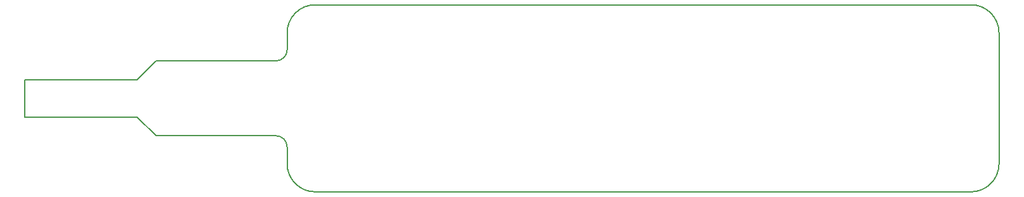
<source format=gm1>
G04 #@! TF.GenerationSoftware,KiCad,Pcbnew,5.1.8-db9833491~87~ubuntu20.04.1*
G04 #@! TF.CreationDate,2020-12-11T13:52:10-08:00*
G04 #@! TF.ProjectId,current-sense,63757272-656e-4742-9d73-656e73652e6b,rev?*
G04 #@! TF.SameCoordinates,Original*
G04 #@! TF.FileFunction,Profile,NP*
%FSLAX46Y46*%
G04 Gerber Fmt 4.6, Leading zero omitted, Abs format (unit mm)*
G04 Created by KiCad (PCBNEW 5.1.8-db9833491~87~ubuntu20.04.1) date 2020-12-11 13:52:10*
%MOMM*%
%LPD*%
G01*
G04 APERTURE LIST*
G04 #@! TA.AperFunction,Profile*
%ADD10C,0.127000*%
G04 #@! TD*
G04 #@! TA.AperFunction,Profile*
%ADD11C,0.150000*%
G04 #@! TD*
G04 APERTURE END LIST*
D10*
X-30000000Y40000000D02*
X-15000000Y40000000D01*
X-30000000Y35000000D02*
X-15000000Y35000000D01*
X-12500000Y32500000D02*
X3500000Y32500000D01*
X-15000000Y35000000D02*
X-12500000Y32500000D01*
X-12500000Y42500000D02*
X3500000Y42500000D01*
X-15000000Y40000000D02*
X-12500000Y42500000D01*
X5000000Y44000000D02*
G75*
G02*
X3500000Y42500000I-1500000J0D01*
G01*
D11*
X3500000Y32500000D02*
G75*
G02*
X5000000Y31000000I0J-1500000D01*
G01*
X5000000Y46250000D02*
X5000000Y44000000D01*
D10*
X5000000Y28750000D02*
X5000000Y31000000D01*
X8750000Y25000000D02*
G75*
G02*
X5000000Y28750000I0J3750000D01*
G01*
X5000000Y46250000D02*
G75*
G02*
X8750000Y50000000I3750000J0D01*
G01*
X-30000000Y40000000D02*
X-30000000Y35000000D01*
X100000000Y28750000D02*
G75*
G02*
X96250000Y25000000I-3750000J0D01*
G01*
X96250000Y50000000D02*
G75*
G02*
X100000000Y46250000I0J-3750000D01*
G01*
X8750000Y50000000D02*
X96250000Y50000000D01*
X96250000Y25000000D02*
X8750000Y25000000D01*
X100000000Y46250000D02*
X100000000Y28750000D01*
M02*

</source>
